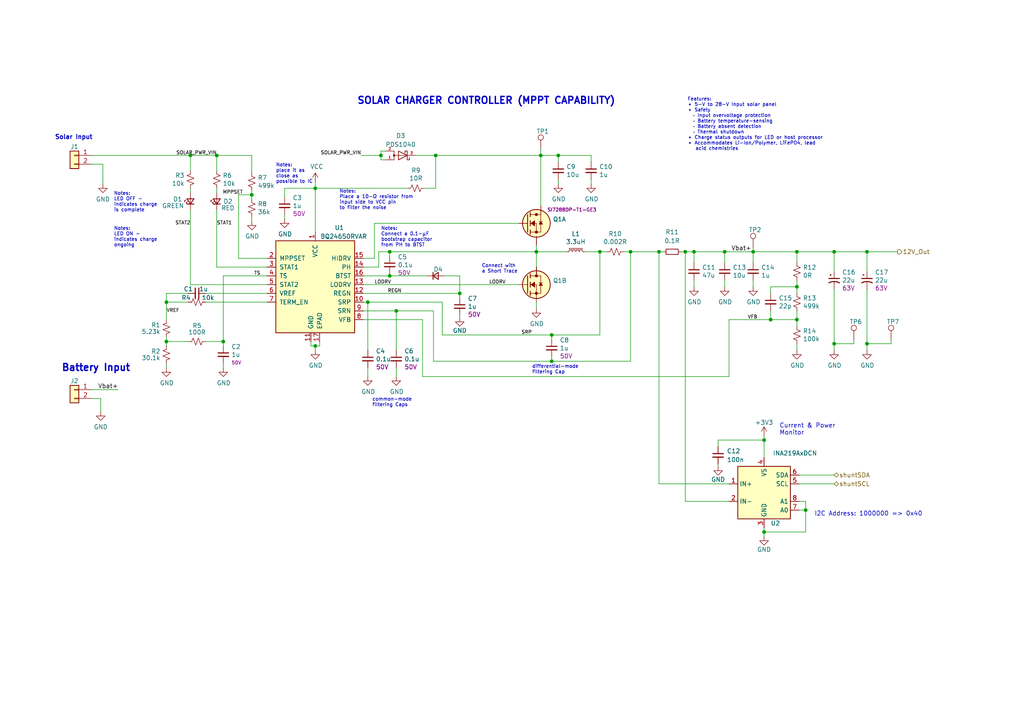
<source format=kicad_sch>
(kicad_sch (version 20211123) (generator eeschema)
  (paper "A4")
  (title_block (title "MKULIMA IOT DEVICE") (date "2022-10-26") (rev "v01") (comment 1 "Checked By: ") (comment 2 "Designed By: ") (comment 3 "Project Lead: Peter Kirumba") (comment 4 "MKULIMA IOT DEVICE"))
  (lib_symbols
    (symbol "Analog_ADC:INA219AxDCN"
      (property "Reference" "U" (at -6.35 8.89 0))
      (property "Value" "INA219AxDCN" (at 6.35 8.89 0))
      (symbol "INA219AxDCN_0_1"
        (rectangle (start -7.62 7.62) (end 7.62 -7.62) (stroke (width 0.254)) (fill (type background)))
      )
      (symbol "INA219AxDCN_1_1"
        (pin input line (at -10.16 2.54 0) (length 2.54) (name "IN+") (number "1"))
        (pin input line (at -10.16 -2.54 0) (length 2.54) (name "IN-") (number "2"))
        (pin power_in line (at 0 -10.16 90) (length 2.54) (name "GND") (number "3"))
        (pin power_in line (at 0 10.16 270) (length 2.54) (name "VS") (number "4"))
        (pin input line (at 10.16 2.54 180) (length 2.54) (name "SCL") (number "5"))
        (pin bidirectional line (at 10.16 5.08 180) (length 2.54) (name "SDA") (number "6"))
        (pin input line (at 10.16 -5.08 180) (length 2.54) (name "A0") (number "7"))
        (pin input line (at 10.16 -2.54 180) (length 2.54) (name "A1") (number "8"))
      )
    )
    (symbol "Connector:TestPoint" (pin_numbers hide) (pin_names (offset 0.762) hide)
      (property "Reference" "TP" (at 0 6.858 0))
      (property "Value" "TestPoint" (at 0 5.08 0))
      (symbol "TestPoint_0_1"
        (circle (center 0 3.302) (radius 0.762))
      )
      (symbol "TestPoint_1_1"
        (pin passive line (at 0 0 90) (length 2.54) (name "1") (number "1"))
      )
    )
    (symbol "Connector_Generic:Conn_01x02" (pin_names (offset 1.016) hide)
      (property "Reference" "J" (at 0 2.54 0))
      (property "Value" "Conn_01x02" (at 0 -5.08 0))
      (symbol "Conn_01x02_1_1"
        (rectangle (start -1.27 -2.413) (end 0 -2.667) (stroke (width 0.1524)))
        (rectangle (start -1.27 0.127) (end 0 -0.127) (stroke (width 0.1524)))
        (rectangle (start -1.27 1.27) (end 1.27 -3.81) (stroke (width 0.254)) (fill (type background)))
        (pin passive line (at -5.08 0 0) (length 3.81) (name "Pin_1") (number "1"))
        (pin passive line (at -5.08 -2.54 0) (length 3.81) (name "Pin_2") (number "2"))
      )
    )
    (symbol "Device:C_Small" (pin_numbers hide) (pin_names (offset 0.254) hide)
      (property "Reference" "C" (at 0.254 1.778 0))
      (property "Value" "C_Small" (at 0.254 -2.032 0))
      (symbol "C_Small_0_1"
        (polyline (pts (xy -1.524 -0.508) (xy 1.524 -0.508)) (stroke (width 0.3302)))
        (polyline (pts (xy -1.524 0.508) (xy 1.524 0.508)) (stroke (width 0.3048)))
      )
      (symbol "C_Small_1_1"
        (pin passive line (at 0 2.54 270) (length 2.032) (name "~") (number "1"))
        (pin passive line (at 0 -2.54 90) (length 2.032) (name "~") (number "2"))
      )
    )
    (symbol "Device:D_Small" (pin_numbers hide) (pin_names (offset 0.254) hide)
      (property "Reference" "D" (at -1.27 2.032 0))
      (property "Value" "D_Small" (at -3.81 -2.032 0))
      (symbol "D_Small_0_1"
        (polyline (pts (xy -0.762 -1.016) (xy -0.762 1.016)) (stroke (width 0.254)))
        (polyline (pts (xy -0.762 0) (xy 0.762 0)))
        (polyline (pts (xy 0.762 -1.016) (xy -0.762 0) (xy 0.762 1.016) (xy 0.762 -1.016)) (stroke (width 0.254)))
      )
      (symbol "D_Small_1_1"
        (pin passive line (at -2.54 0 0) (length 1.778) (name "K") (number "1"))
        (pin passive line (at 2.54 0 180) (length 1.778) (name "A") (number "2"))
      )
    )
    (symbol "Device:LED_Small" (pin_numbers hide) (pin_names (offset 0.254) hide)
      (property "Reference" "D" (at -1.27 3.175 0))
      (property "Value" "LED_Small" (at -4.445 -2.54 0))
      (symbol "LED_Small_0_1"
        (polyline (pts (xy -0.762 -1.016) (xy -0.762 1.016)) (stroke (width 0.254)))
        (polyline (pts (xy 1.016 0) (xy -0.762 0)))
        (polyline (pts (xy 0.762 -1.016) (xy -0.762 0) (xy 0.762 1.016) (xy 0.762 -1.016)) (stroke (width 0.254)))
        (polyline (pts (xy 0 0.762) (xy -0.508 1.27) (xy -0.254 1.27) (xy -0.508 1.27) (xy -0.508 1.016)))
        (polyline (pts (xy 0.508 1.27) (xy 0 1.778) (xy 0.254 1.778) (xy 0 1.778) (xy 0 1.524)))
      )
      (symbol "LED_Small_1_1"
        (pin passive line (at -2.54 0 0) (length 1.778) (name "K") (number "1"))
        (pin passive line (at 2.54 0 180) (length 1.778) (name "A") (number "2"))
      )
    )
    (symbol "Device:R_Small" (pin_numbers hide) (pin_names (offset 0.254) hide)
      (property "Reference" "R" (at 0.762 0.508 0))
      (property "Value" "R_Small" (at 0.762 -1.016 0))
      (symbol "R_Small_0_1"
        (rectangle (start -0.762 1.778) (end 0.762 -1.778) (stroke (width 0.2032)))
      )
      (symbol "R_Small_1_1"
        (pin passive line (at 0 2.54 270) (length 0.762) (name "~") (number "1"))
        (pin passive line (at 0 -2.54 90) (length 0.762) (name "~") (number "2"))
      )
    )
    (symbol "Device:R_Small_US" (pin_numbers hide) (pin_names (offset 0.254) hide)
      (property "Reference" "R" (at 0.762 0.508 0))
      (property "Value" "R_Small_US" (at 0.762 -1.016 0))
      (symbol "R_Small_US_1_1"
        (polyline (pts (xy 0 0) (xy 1.016 -0.381) (xy 0 -0.762) (xy -1.016 -1.143) (xy 0 -1.524)))
        (polyline (pts (xy 0 1.524) (xy 1.016 1.143) (xy 0 0.762) (xy -1.016 0.381) (xy 0 0)))
        (pin passive line (at 0 2.54 270) (length 1.016) (name "~") (number "1"))
        (pin passive line (at 0 -2.54 90) (length 1.016) (name "~") (number "2"))
      )
    )
    (symbol "power:+3V3" (power) (pin_names (offset 0))
      (property "Value" "+3V3" (at 0 3.556 0))
      (symbol "+3V3_0_1"
        (polyline (pts (xy -0.762 1.27) (xy 0 2.54)))
        (polyline (pts (xy 0 0) (xy 0 2.54)))
        (polyline (pts (xy 0 2.54) (xy 0.762 1.27)))
      )
      (symbol "+3V3_1_1"
        (pin power_in line (at 0 0 90) (length 0) hide (name "+3V3") (number "1"))
      )
    )
    (symbol "power:GND" (power) (pin_names (offset 0))
      (property "Value" "GND" (at 0 -3.81 0))
      (symbol "GND_0_1"
        (polyline (pts (xy 0 0) (xy 0 -1.27) (xy 1.27 -1.27) (xy 0 -2.54) (xy -1.27 -1.27) (xy 0 -1.27)))
      )
      (symbol "GND_1_1"
        (pin power_in line (at 0 0 270) (length 0) hide (name "GND") (number "1"))
      )
    )
    (symbol "power:VCC" (power) (pin_names (offset 0))
      (property "Value" "VCC" (at 0 3.81 0))
      (symbol "VCC_0_1"
        (polyline (pts (xy -0.762 1.27) (xy 0 2.54)))
        (polyline (pts (xy 0 0) (xy 0 2.54)))
        (polyline (pts (xy 0 2.54) (xy 0.762 1.27)))
      )
      (symbol "VCC_1_1"
        (pin power_in line (at 0 0 90) (length 0) hide (name "VCC") (number "1"))
      )
    )
    (symbol "solar_charger_controller_mwangi-rescue:BQ24650RVAR-BQ24650RVAR" (pin_names (offset 1.016))
      (property "Reference" "U?" (at 6.985 12.7 0))
      (property "Value" "BQ24650RVAR" (at 8.255 10.16 0))
      (symbol "BQ24650RVAR-BQ24650RVAR_0_1"
        (rectangle (start -11.43 8.89) (end 11.43 -17.78) (stroke (width 0.254)) (fill (type background)))
      )
      (symbol "BQ24650RVAR-BQ24650RVAR_1_1"
        (pin power_in line (at 0 11.43 270) (length 2.54) (name "VCC") (number "1"))
        (pin output line (at 13.97 -8.89 180) (length 2.54) (name "SRP") (number "10"))
        (pin bidirectional line (at -1.27 -20.32 90) (length 2.54) (name "GND") (number "11"))
        (pin output line (at 13.97 -6.35 180) (length 2.54) (name "REGN") (number "12"))
        (pin output line (at 13.97 -3.81 180) (length 2.54) (name "LODRV") (number "13"))
        (pin output line (at 13.97 1.27 180) (length 2.54) (name "PH") (number "14"))
        (pin output line (at 13.97 3.81 180) (length 2.54) (name "HIDRV") (number "15"))
        (pin output line (at 13.97 -1.27 180) (length 2.54) (name "BTST") (number "16"))
        (pin output line (at 1.27 -20.32 90) (length 2.54) (name "EPAD") (number "17"))
        (pin bidirectional line (at -13.97 3.81 0) (length 2.54) (name "MPPSET") (number "2"))
        (pin bidirectional line (at -13.97 1.27 0) (length 2.54) (name "STAT1") (number "3"))
        (pin bidirectional line (at -13.97 -1.27 0) (length 2.54) (name "TS") (number "4"))
        (pin bidirectional line (at -13.97 -3.81 0) (length 2.54) (name "STAT2") (number "5"))
        (pin bidirectional line (at -13.97 -6.35 0) (length 2.54) (name "VREF") (number "6"))
        (pin bidirectional line (at -13.97 -8.89 0) (length 2.54) (name "TERM_EN") (number "7"))
        (pin bidirectional line (at 13.97 -13.97 180) (length 2.54) (name "VFB") (number "8"))
        (pin output line (at 13.97 -11.43 180) (length 2.54) (name "SRN") (number "9"))
      )
    )
    (symbol "solar_charger_controller_mwangi-rescue:CP1_Small-Device" (pin_numbers hide) (pin_names (offset 0.254) hide)
      (property "Reference" "C" (at 0.254 1.778 0))
      (property "Value" "CP1_Small-Device" (at 0.254 -2.032 0))
      (symbol "CP1_Small-Device_0_1"
        (polyline (pts (xy -1.524 0.508) (xy 1.524 0.508)) (stroke (width 0.3048)))
        (polyline (pts (xy -1.27 1.524) (xy -0.762 1.524)))
        (polyline (pts (xy -1.016 1.27) (xy -1.016 1.778)))
        (arc (start 1.524 -0.762) (mid 0 -0.3734) (end -1.524 -0.762) (stroke (width 0.3048)))
      )
      (symbol "CP1_Small-Device_1_1"
        (pin passive line (at 0 2.54 270) (length 2.032) (name "~") (number "1"))
        (pin passive line (at 0 -2.54 90) (length 2.032) (name "~") (number "2"))
      )
    )
    (symbol "solar_charger_controller_mwangi-rescue:D_Schottky_AAK-Device" (pin_names (offset 0) hide)
      (property "Reference" "D" (at 0 2.54 0))
      (property "Value" "D_Schottky_AAK-Device" (at -6.35 -7.62 0))
      (symbol "D_Schottky_AAK-Device_0_0"
        (polyline (pts (xy 2.54 0) (xy 2.54 1.27)))
        (polyline (pts (xy -1.27 0) (xy 2.54 0) (xy 2.54 -1.27)))
      )
      (symbol "D_Schottky_AAK-Device_0_1"
        (polyline (pts (xy 1.27 1.27) (xy 1.27 -1.27) (xy -1.27 0) (xy 1.27 1.27)) (stroke (width 0.2032)))
        (polyline (pts (xy -1.905 0.635) (xy -1.905 1.27) (xy -1.27 1.27) (xy -1.27 -1.27) (xy -0.635 -1.27) (xy -0.635 -0.635)) (stroke (width 0.2032)))
        (circle (center 2.54 0) (radius 0.254) (fill (type outline)))
      )
      (symbol "D_Schottky_AAK-Device_1_1"
        (pin input line (at 5.08 1.27 180) (length 2.54) (name "A") (number "1"))
        (pin passive line (at 5.08 -1.27 180) (length 2.54) (name "A") (number "2"))
        (pin passive line (at -3.81 0 0) (length 2.54) (name "K") (number "3"))
      )
    )
    (symbol "solar_charger_controller_mwangi-rescue:L_Core_Ferrite_Small-Device" (pin_numbers hide) (pin_names (offset 0.254) hide)
      (property "Reference" "L" (at 1.27 1.016 0))
      (property "Value" "L_Core_Ferrite_Small-Device" (at 1.27 -1.27 0))
      (symbol "L_Core_Ferrite_Small-Device_0_1"
        (arc (start 0 -2.032) (mid 0.508 -1.524) (end 0 -1.016))
        (arc (start 0 -1.016) (mid 0.508 -0.508) (end 0 0))
        (polyline (pts (xy 0.762 -1.905) (xy 0.762 -1.651)))
        (polyline (pts (xy 0.762 -1.397) (xy 0.762 -1.143)))
        (polyline (pts (xy 0.762 -0.889) (xy 0.762 -0.635)))
        (polyline (pts (xy 0.762 -0.381) (xy 0.762 -0.127)))
        (polyline (pts (xy 0.762 0.127) (xy 0.762 0.381)))
        (polyline (pts (xy 0.762 0.635) (xy 0.762 0.889)))
        (polyline (pts (xy 0.762 1.143) (xy 0.762 1.397)))
        (polyline (pts (xy 0.762 1.651) (xy 0.762 1.905)))
        (polyline (pts (xy 1.016 -1.651) (xy 1.016 -1.905)))
        (polyline (pts (xy 1.016 -1.143) (xy 1.016 -1.397)))
        (polyline (pts (xy 1.016 -0.635) (xy 1.016 -0.889)))
        (polyline (pts (xy 1.016 -0.127) (xy 1.016 -0.381)))
        (polyline (pts (xy 1.016 0.381) (xy 1.016 0.127)))
        (polyline (pts (xy 1.016 0.889) (xy 1.016 0.635)))
        (polyline (pts (xy 1.016 1.397) (xy 1.016 1.143)))
        (polyline (pts (xy 1.016 1.905) (xy 1.016 1.651)))
        (arc (start 0 0) (mid 0.508 0.508) (end 0 1.016))
        (arc (start 0 1.016) (mid 0.508 1.524) (end 0 2.032))
      )
      (symbol "L_Core_Ferrite_Small-Device_1_1"
        (pin passive line (at 0 2.54 270) (length 0.508) (name "~") (number "1"))
        (pin passive line (at 0 -2.54 90) (length 0.508) (name "~") (number "2"))
      )
    )
    (symbol "solar_charger_controller_mwangi-rescue:SI7288DP-T1-GE3-SI7288DP-T1-GE3" (pin_numbers hide) (pin_names (offset 1.016) hide)
      (property "Reference" "Q" (at -1.143 9.017 0))
      (property "Value" "SI7288DP-T1-GE3-SI7288DP-T1-GE3" (at -10.16 6.35 0))
      (symbol "SI7288DP-T1-GE3-SI7288DP-T1-GE3_1_0"
        (circle (center 0 -2.54) (radius 0.3556) (fill (type outline)))
        (polyline (pts (xy -2.54 2.54) (xy -2.54 -2.54)) (stroke (width 0.254)))
        (polyline (pts (xy -1.778 -2.54) (xy -1.778 -3.175)) (stroke (width 0.254)))
        (polyline (pts (xy -1.778 -1.905) (xy -1.778 -2.54)) (stroke (width 0.254)))
        (polyline (pts (xy -1.778 0) (xy -1.778 -0.762)) (stroke (width 0.254)))
        (polyline (pts (xy -1.778 0) (xy 0 0)) (stroke (width 0.1524)))
        (polyline (pts (xy -1.778 0.762) (xy -1.778 0)) (stroke (width 0.254)))
        (polyline (pts (xy -1.778 2.54) (xy -1.778 1.905)) (stroke (width 0.254)))
        (polyline (pts (xy -1.778 2.54) (xy 1.27 2.54)) (stroke (width 0.1524)))
        (polyline (pts (xy -1.778 3.175) (xy -1.778 2.54)) (stroke (width 0.254)))
        (polyline (pts (xy -0.508 -0.762) (xy -1.524 0)))
        (polyline (pts (xy 0 -2.54) (xy -1.778 -2.54)) (stroke (width 0.1524)))
        (polyline (pts (xy 0 -2.54) (xy 1.27 -2.54)) (stroke (width 0.1524)))
        (polyline (pts (xy 0 0) (xy 0 -2.54)) (stroke (width 0.1524)))
        (polyline (pts (xy 1.27 0.508) (xy 0.762 0.508)) (stroke (width 0.1524)))
        (polyline (pts (xy 1.27 0.508) (xy 1.27 -2.54)) (stroke (width 0.1524)))
        (polyline (pts (xy 1.27 2.54) (xy 1.27 0.508)) (stroke (width 0.1524)))
        (polyline (pts (xy 1.778 -0.254) (xy 1.27 0.508)))
        (polyline (pts (xy 1.778 0.508) (xy 1.27 0.508)) (stroke (width 0.1524)))
        (polyline (pts (xy -1.524 0) (xy -0.508 0.762) (xy -0.508 -0.762)) (stroke (width 0.1524)) (fill (type outline)))
        (polyline (pts (xy 1.27 0.508) (xy 0.762 -0.254) (xy 1.778 -0.254)) (stroke (width 0.1524)) (fill (type outline)))
        (circle (center 0 2.54) (radius 0.3556) (fill (type outline)))
        (pin bidirectional line (at 0 -6.35 90) (length 2.54) (name "~") (number "1"))
        (pin bidirectional line (at -5.08 0 0) (length 2.54) (name "~") (number "2"))
        (pin bidirectional line (at 1.27 5.08 270) (length 2.54) (name "~") (number "7"))
        (pin bidirectional line (at 1.27 5.08 270) (length 2.54) (name "~") (number "8"))
        (pin bidirectional line (at 1.27 5.08 270) (length 2.54) (name "~") (number "9"))
      )
      (symbol "SI7288DP-T1-GE3-SI7288DP-T1-GE3_1_1"
        (circle (center 0 0) (radius 4.0132) (stroke (width 0.254)) (fill (type background)))
      )
      (symbol "SI7288DP-T1-GE3-SI7288DP-T1-GE3_2_0"
        (circle (center 0 -2.54) (radius 0.3556) (fill (type outline)))
        (polyline (pts (xy -2.54 2.54) (xy -2.54 -2.54)) (stroke (width 0.254)))
        (polyline (pts (xy -1.778 -2.54) (xy -1.778 -3.175)) (stroke (width 0.254)))
        (polyline (pts (xy -1.778 -1.905) (xy -1.778 -2.54)) (stroke (width 0.254)))
        (polyline (pts (xy -1.778 0) (xy -1.778 -0.762)) (stroke (width 0.254)))
        (polyline (pts (xy -1.778 0) (xy 0 0)) (stroke (width 0.1524)))
        (polyline (pts (xy -1.778 0.762) (xy -1.778 0)) (stroke (width 0.254)))
        (polyline (pts (xy -1.778 2.54) (xy -1.778 1.905)) (stroke (width 0.254)))
        (polyline (pts (xy -1.778 2.54) (xy 1.27 2.54)) (stroke (width 0.1524)))
        (polyline (pts (xy -1.778 3.175) (xy -1.778 2.54)) (stroke (width 0.254)))
        (polyline (pts (xy -0.508 -0.762) (xy -1.524 0)))
        (polyline (pts (xy 0 -2.54) (xy -1.778 -2.54)) (stroke (width 0.1524)))
        (polyline (pts (xy 0 -2.54) (xy 1.27 -2.54)) (stroke (width 0.1524)))
        (polyline (pts (xy 0 0) (xy 0 -2.54)) (stroke (width 0.1524)))
        (polyline (pts (xy 1.27 0.508) (xy 0.762 0.508)) (stroke (width 0.1524)))
        (polyline (pts (xy 1.27 0.508) (xy 1.27 -2.54)) (stroke (width 0.1524)))
        (polyline (pts (xy 1.27 2.54) (xy 1.27 0.508)) (stroke (width 0.1524)))
        (polyline (pts (xy 1.778 -0.254) (xy 1.27 0.508)))
        (polyline (pts (xy 1.778 0.508) (xy 1.27 0.508)) (stroke (width 0.1524)))
        (polyline (pts (xy -1.524 0) (xy -0.508 0.762) (xy -0.508 -0.762)) (stroke (width 0.1524)) (fill (type outline)))
        (polyline (pts (xy 1.27 0.508) (xy 0.762 -0.254) (xy 1.778 -0.254)) (stroke (width 0.1524)) (fill (type outline)))
        (circle (center 0 2.54) (radius 0.3556) (fill (type outline)))
        (pin bidirectional line (at 0 5.08 270) (length 2.54) (name "~") (number "10"))
        (pin bidirectional line (at 0 -5.08 90) (length 2.54) (name "~") (number "3"))
        (pin bidirectional line (at -5.08 0 0) (length 2.54) (name "~") (number "4"))
        (pin bidirectional line (at 0 5.08 270) (length 2.54) (name "~") (number "5"))
        (pin bidirectional line (at 0 5.08 270) (length 2.54) (name "~") (number "6"))
      )
      (symbol "SI7288DP-T1-GE3-SI7288DP-T1-GE3_2_1"
        (circle (center 0 0) (radius 4.0132) (stroke (width 0.254)) (fill (type background)))
      )
    )
  )
  (junction (at 62.865 45.085))
  (junction (at 160.02 104.775))
  (junction (at 133.35 85.09))
  (junction (at 241.935 73.025))
  (junction (at 251.46 99.695))
  (junction (at 110.49 45.085))
  (junction (at 231.14 92.71))
  (junction (at 223.52 92.71))
  (junction (at 126.365 45.085))
  (junction (at 91.44 54.61))
  (junction (at 241.935 99.695))
  (junction (at 113.03 73.025))
  (junction (at 106.68 87.63))
  (junction (at 182.88 73.025))
  (junction (at 251.46 73.025))
  (junction (at 231.14 73.025))
  (junction (at 233.68 147.955))
  (junction (at 64.77 99.06))
  (junction (at 173.99 73.025))
  (junction (at 161.925 45.085))
  (junction (at 210.185 73.025))
  (junction (at 221.615 127.635))
  (junction (at 155.575 73.025))
  (junction (at 160.02 97.155))
  (junction (at 191.135 73.025))
  (junction (at 55.245 45.085))
  (junction (at 113.03 80.01))
  (junction (at 48.26 87.63))
  (junction (at 91.44 100.33))
  (junction (at 114.935 90.17))
  (junction (at 201.295 73.025))
  (junction (at 48.26 99.06))
  (junction (at 198.755 73.025))
  (junction (at 156.845 45.085))
  (junction (at 73.025 56.515))
  (junction (at 231.14 83.185))
  (junction (at 221.615 154.305))
  (junction (at 218.44 73.025))
  (wire (pts (xy 155.575 73.025) (xy 155.575 71.12)))
  (wire (pts (xy 231.14 73.025) (xy 241.935 73.025)))
  (wire (pts (xy 55.245 45.085) (xy 62.865 45.085)))
  (wire (pts (xy 231.14 101.6) (xy 231.14 99.695)))
  (wire (pts (xy 69.215 56.515) (xy 73.025 56.515)))
  (wire (pts (xy 171.45 45.085) (xy 171.45 46.99)))
  (wire (pts (xy 55.245 54.61) (xy 55.245 55.88)))
  (wire (pts (xy 160.02 103.505) (xy 160.02 104.775)))
  (wire (pts (xy 241.935 73.025) (xy 251.46 73.025)))
  (wire (pts (xy 161.925 45.085) (xy 171.45 45.085)))
  (wire (pts (xy 231.14 76.2) (xy 231.14 73.025)))
  (wire (pts (xy 191.135 73.025) (xy 192.405 73.025)))
  (wire (pts (xy 128.905 80.01) (xy 133.35 80.01)))
  (wire (pts (xy 69.215 56.515) (xy 69.215 74.93)))
  (wire (pts (xy 231.775 147.955) (xy 233.68 147.955)))
  (wire (pts (xy 231.775 145.415) (xy 233.68 145.415)))
  (wire (pts (xy 211.455 92.71) (xy 223.52 92.71)))
  (wire (pts (xy 110.49 43.815) (xy 110.49 45.085)))
  (wire (pts (xy 110.49 46.355) (xy 111.76 46.355)))
  (wire (pts (xy 59.69 99.06) (xy 64.77 99.06)))
  (wire (pts (xy 258.445 98.425) (xy 258.445 99.695)))
  (wire (pts (xy 55.245 45.085) (xy 55.245 49.53)))
  (wire (pts (xy 120.65 45.085) (xy 126.365 45.085)))
  (wire (pts (xy 173.99 73.025) (xy 175.895 73.025)))
  (wire (pts (xy 125.73 90.17) (xy 125.73 104.775)))
  (wire (pts (xy 133.35 85.09) (xy 133.35 86.36)))
  (wire (pts (xy 169.545 73.025) (xy 173.99 73.025)))
  (wire (pts (xy 221.615 127.635) (xy 221.615 126.365)))
  (wire (pts (xy 106.68 87.63) (xy 128.27 87.63)))
  (wire (pts (xy 114.935 101.6) (xy 114.935 90.17)))
  (wire (pts (xy 90.17 99.06) (xy 90.17 100.33)))
  (wire (pts (xy 156.845 43.18) (xy 156.845 45.085)))
  (wire (pts (xy 106.68 101.6) (xy 106.68 87.63)))
  (wire (pts (xy 48.26 99.06) (xy 48.26 97.79)))
  (wire (pts (xy 59.69 85.09) (xy 77.47 85.09)))
  (wire (pts (xy 156.845 45.085) (xy 161.925 45.085)))
  (wire (pts (xy 211.455 109.22) (xy 211.455 92.71)))
  (wire (pts (xy 182.88 73.025) (xy 191.135 73.025)))
  (wire (pts (xy 198.755 73.025) (xy 201.295 73.025)))
  (wire (pts (xy 126.365 45.085) (xy 156.845 45.085)))
  (wire (pts (xy 221.615 154.305) (xy 233.68 154.305)))
  (wire (pts (xy 221.615 132.715) (xy 221.615 127.635)))
  (wire (pts (xy 110.49 45.085) (xy 110.49 46.355)))
  (wire (pts (xy 231.14 83.185) (xy 231.14 85.09)))
  (wire (pts (xy 208.28 127.635) (xy 221.615 127.635)))
  (wire (pts (xy 180.975 73.025) (xy 182.88 73.025)))
  (wire (pts (xy 161.925 46.99) (xy 161.925 45.085)))
  (wire (pts (xy 114.935 106.68) (xy 114.935 109.22)))
  (wire (pts (xy 48.26 99.06) (xy 54.61 99.06)))
  (wire (pts (xy 223.52 83.185) (xy 223.52 85.09)))
  (wire (pts (xy 231.14 90.17) (xy 231.14 92.71)))
  (wire (pts (xy 223.52 90.17) (xy 223.52 92.71)))
  (wire (pts (xy 105.41 87.63) (xy 106.68 87.63)))
  (wire (pts (xy 218.44 73.025) (xy 231.14 73.025)))
  (wire (pts (xy 128.27 87.63) (xy 128.27 97.155)))
  (wire (pts (xy 48.26 87.63) (xy 48.26 92.71)))
  (wire (pts (xy 114.935 90.17) (xy 125.73 90.17)))
  (wire (pts (xy 247.65 98.425) (xy 247.65 99.695)))
  (wire (pts (xy 251.46 73.025) (xy 260.35 73.025)))
  (wire (pts (xy 118.11 54.61) (xy 91.44 54.61)))
  (wire (pts (xy 105.41 77.47) (xy 109.855 77.47)))
  (wire (pts (xy 160.02 98.425) (xy 160.02 97.155)))
  (wire (pts (xy 122.555 109.22) (xy 211.455 109.22)))
  (wire (pts (xy 210.185 83.185) (xy 210.185 81.28)))
  (wire (pts (xy 26.67 113.03) (xy 34.29 113.03)))
  (wire (pts (xy 231.14 92.71) (xy 231.14 94.615)))
  (wire (pts (xy 198.755 145.415) (xy 211.455 145.415)))
  (wire (pts (xy 123.19 54.61) (xy 126.365 54.61)))
  (wire (pts (xy 105.41 85.09) (xy 133.35 85.09)))
  (wire (pts (xy 191.135 73.025) (xy 191.135 140.335)))
  (wire (pts (xy 82.55 63.5) (xy 82.55 62.23)))
  (wire (pts (xy 108.585 74.93) (xy 108.585 64.77)))
  (wire (pts (xy 113.03 79.375) (xy 113.03 80.01)))
  (wire (pts (xy 208.28 129.54) (xy 208.28 127.635)))
  (wire (pts (xy 62.865 60.96) (xy 62.865 77.47)))
  (wire (pts (xy 251.46 83.82) (xy 251.46 99.695)))
  (wire (pts (xy 105.41 90.17) (xy 114.935 90.17)))
  (wire (pts (xy 62.865 45.085) (xy 73.025 45.085)))
  (wire (pts (xy 251.46 73.025) (xy 251.46 78.74)))
  (wire (pts (xy 247.65 99.695) (xy 241.935 99.695)))
  (wire (pts (xy 208.28 134.62) (xy 208.28 135.255)))
  (wire (pts (xy 64.77 80.01) (xy 64.77 99.06)))
  (wire (pts (xy 173.99 97.155) (xy 173.99 73.025)))
  (wire (pts (xy 218.44 81.28) (xy 218.44 83.185)))
  (wire (pts (xy 92.71 100.33) (xy 92.71 99.06)))
  (wire (pts (xy 201.295 73.025) (xy 210.185 73.025)))
  (wire (pts (xy 221.615 153.035) (xy 221.615 154.305)))
  (wire (pts (xy 160.02 104.775) (xy 182.88 104.775)))
  (wire (pts (xy 64.77 80.01) (xy 77.47 80.01)))
  (wire (pts (xy 231.14 81.28) (xy 231.14 83.185)))
  (wire (pts (xy 48.26 87.63) (xy 54.61 87.63)))
  (wire (pts (xy 110.49 45.085) (xy 104.775 45.085)))
  (wire (pts (xy 29.845 47.625) (xy 29.845 53.34)))
  (wire (pts (xy 210.185 73.025) (xy 218.44 73.025)))
  (wire (pts (xy 108.585 64.77) (xy 150.495 64.77)))
  (wire (pts (xy 109.855 77.47) (xy 109.855 73.025)))
  (wire (pts (xy 125.73 104.775) (xy 160.02 104.775)))
  (wire (pts (xy 155.575 87.63) (xy 155.575 89.535)))
  (wire (pts (xy 106.68 106.68) (xy 106.68 109.22)))
  (wire (pts (xy 69.215 74.93) (xy 77.47 74.93)))
  (wire (pts (xy 73.025 64.135) (xy 73.025 62.865)))
  (wire (pts (xy 91.44 100.33) (xy 92.71 100.33)))
  (wire (pts (xy 155.575 73.025) (xy 164.465 73.025)))
  (wire (pts (xy 73.025 57.785) (xy 73.025 56.515)))
  (wire (pts (xy 218.44 71.755) (xy 218.44 73.025)))
  (wire (pts (xy 210.185 76.2) (xy 210.185 73.025)))
  (wire (pts (xy 231.14 92.71) (xy 223.52 92.71)))
  (wire (pts (xy 197.485 73.025) (xy 198.755 73.025)))
  (wire (pts (xy 82.55 54.61) (xy 91.44 54.61)))
  (wire (pts (xy 91.44 52.705) (xy 91.44 54.61)))
  (wire (pts (xy 171.45 53.34) (xy 171.45 52.07)))
  (wire (pts (xy 241.935 101.6) (xy 241.935 99.695)))
  (wire (pts (xy 198.755 73.025) (xy 198.755 145.415)))
  (wire (pts (xy 105.41 82.55) (xy 150.495 82.55)))
  (wire (pts (xy 48.26 105.41) (xy 48.26 106.68)))
  (wire (pts (xy 64.77 99.06) (xy 64.77 100.33)))
  (wire (pts (xy 113.03 80.01) (xy 123.825 80.01)))
  (wire (pts (xy 133.35 80.01) (xy 133.35 85.09)))
  (wire (pts (xy 258.445 99.695) (xy 251.46 99.695)))
  (wire (pts (xy 82.55 57.15) (xy 82.55 54.61)))
  (wire (pts (xy 109.855 73.025) (xy 113.03 73.025)))
  (wire (pts (xy 191.135 140.335) (xy 211.455 140.335)))
  (wire (pts (xy 113.03 73.025) (xy 155.575 73.025)))
  (wire (pts (xy 233.68 147.955) (xy 233.68 154.305)))
  (wire (pts (xy 26.67 115.57) (xy 29.21 115.57)))
  (wire (pts (xy 64.77 105.41) (xy 64.77 106.68)))
  (wire (pts (xy 90.17 100.33) (xy 91.44 100.33)))
  (wire (pts (xy 231.775 137.795) (xy 241.935 137.795)))
  (wire (pts (xy 126.365 54.61) (xy 126.365 45.085)))
  (wire (pts (xy 160.02 97.155) (xy 173.99 97.155)))
  (wire (pts (xy 241.935 99.695) (xy 241.935 83.82)))
  (wire (pts (xy 241.935 78.74) (xy 241.935 73.025)))
  (wire (pts (xy 77.47 87.63) (xy 59.69 87.63)))
  (wire (pts (xy 201.295 76.2) (xy 201.295 73.025)))
  (wire (pts (xy 231.775 140.335) (xy 241.935 140.335)))
  (wire (pts (xy 218.44 76.2) (xy 218.44 73.025)))
  (wire (pts (xy 48.26 100.33) (xy 48.26 99.06)))
  (wire (pts (xy 48.26 85.09) (xy 48.26 87.63)))
  (wire (pts (xy 113.03 74.295) (xy 113.03 73.025)))
  (wire (pts (xy 105.41 80.01) (xy 113.03 80.01)))
  (wire (pts (xy 91.44 100.33) (xy 91.44 101.6)))
  (wire (pts (xy 182.88 104.775) (xy 182.88 73.025)))
  (wire (pts (xy 73.025 56.515) (xy 73.025 55.245)))
  (wire (pts (xy 91.44 54.61) (xy 91.44 67.31)))
  (wire (pts (xy 122.555 92.71) (xy 122.555 109.22)))
  (wire (pts (xy 233.68 145.415) (xy 233.68 147.955)))
  (wire (pts (xy 201.295 81.28) (xy 201.295 83.185)))
  (wire (pts (xy 111.76 43.815) (xy 110.49 43.815)))
  (wire (pts (xy 155.575 77.47) (xy 155.575 73.025)))
  (wire (pts (xy 73.025 45.085) (xy 73.025 50.165)))
  (wire (pts (xy 62.865 54.61) (xy 62.865 55.88)))
  (wire (pts (xy 29.21 115.57) (xy 29.21 119.38)))
  (wire (pts (xy 55.245 60.96) (xy 55.245 82.55)))
  (wire (pts (xy 26.67 45.085) (xy 55.245 45.085)))
  (wire (pts (xy 62.865 45.085) (xy 62.865 49.53)))
  (wire (pts (xy 105.41 92.71) (xy 122.555 92.71)))
  (wire (pts (xy 128.27 97.155) (xy 160.02 97.155)))
  (wire (pts (xy 161.925 53.34) (xy 161.925 52.07)))
  (wire (pts (xy 251.46 99.695) (xy 251.46 101.6)))
  (wire (pts (xy 133.35 91.44) (xy 133.35 92.075)))
  (wire (pts (xy 105.41 74.93) (xy 108.585 74.93)))
  (wire (pts (xy 55.245 82.55) (xy 77.47 82.55)))
  (wire (pts (xy 156.845 45.085) (xy 156.845 59.69)))
  (wire (pts (xy 26.67 47.625) (xy 29.845 47.625)))
  (wire (pts (xy 223.52 83.185) (xy 231.14 83.185)))
  (wire (pts (xy 221.615 154.305) (xy 221.615 155.575)))
  (wire (pts (xy 62.865 77.47) (xy 77.47 77.47)))
  (wire (pts (xy 48.26 85.09) (xy 54.61 85.09)))
  (text "Notes:\nPlace a 10-Ω resistor from\ninput side to VCC pin \nto filter the noise" (at 98.425 60.96 0) (effects (font (size 0.9906 0.9906)) (justify left bottom)))
  (text "differential-mode\nfiltering Cap" (at 154.305 108.585 0) (effects (font (size 0.9906 0.9906)) (justify left bottom)))
  (text "Features:\n• 5-V to 28-V Input solar panel\n• Safety\n  – Input overvoltage protection\n  – Battery temperature-sensing\n  – Battery absent detection\n  – Thermal shutdown\n• Charge status outputs for LED or host processor\n• Accommodates Li-Ion/Polymer, LiFePO4, lead\n   acid chemistries\n" (at 199.39 43.815 0) (effects (font (size 0.9906 0.9906)) (justify left bottom)))
  (text "Notes:\nLED OFF - \nindicates charge\nis complete" (at 33.02 61.595 0) (effects (font (size 0.9906 0.9906)) (justify left bottom)))
  (text "Solar Input" (at 15.875 40.64 0) (effects (font (size 1.27 1.27) (thickness 0.254) bold) (justify left bottom)))
  (text "Notes:\nConnect a 0.1-μF \nbootstrap capacitor \nfrom PH to BTST" (at 110.49 71.755 0) (effects (font (size 0.9906 0.9906)) (justify left bottom)))
  (text "Notes:\nLED ON - \nindicates charge\nongoing" (at 33.02 71.755 0) (effects (font (size 0.9906 0.9906)) (justify left bottom)))
  (text "Connect with\na Short Trace" (at 139.7 79.375 0) (effects (font (size 0.9906 0.9906)) (justify left bottom)))
  (text "Current & Power\nMonitor" (at 226.06 126.365 0) (effects (font (size 1.27 1.27)) (justify left bottom)))
  (text "Notes:\nplace it as \nclose as\npossible to IC" (at 80.01 53.34 0) (effects (font (size 0.9906 0.9906)) (justify left bottom)))
  (text "common-mode \nfiltering Caps" (at 107.95 118.11 0) (effects (font (size 0.9906 0.9906)) (justify left bottom)))
  (text "Battery Input" (at 17.78 107.95 0) (effects (font (size 2 2) (thickness 0.4) bold) (justify left bottom)))
  (text "SOLAR CHARGER CONTROLLER (MPPT CAPABILITY)" (at 103.505 30.48 0) (effects (font (size 2 2) (thickness 0.4) bold) (justify left bottom)))
  (text "I2C Address: 1000000 => 0x40" (at 236.22 149.86 0) (effects (font (size 1.27 1.27)) (justify left bottom)))
  (label "REGN" (at 112.395 85.09 0) (effects (font (size 0.9906 0.9906))))
  (label "TS" (at 75.565 80.01 180) (effects (font (size 0.9906 0.9906))))
  (label "STAT2" (at 55.245 65.405 180) (effects (font (size 0.9906 0.9906))))
  (label "Vbat+" (at 212.09 73.025 0))
  (label "LODRV" (at 146.685 82.55 180) (effects (font (size 0.9906 0.9906))))
  (label "LODRV" (at 108.585 82.55 0) (effects (font (size 0.9906 0.9906))))
  (label "MPPSET" (at 70.485 56.515 180) (effects (font (size 0.9906 0.9906))))
  (label "Vbat+" (at 34.29 113.03 180))
  (label "SOLAR_PWR_VIN" (at 62.865 45.085 180) (effects (font (size 0.9906 0.9906))))
  (label "STAT1" (at 62.865 65.405 0) (effects (font (size 0.9906 0.9906))))
  (label "SRP" (at 154.305 97.155 180) (effects (font (size 0.9906 0.9906))))
  (label "VREF" (at 48.26 90.805 0) (effects (font (size 0.9906 0.9906))))
  (label "SOLAR_PWR_VIN" (at 104.775 45.085 180) (effects (font (size 0.9906 0.9906))))
  (label "VFB" (at 219.71 92.71 180) (effects (font (size 0.9906 0.9906))))
  (hierarchical_label "shuntSCL" (shape bidirectional) (at 241.935 140.335 0))
  (hierarchical_label "12V_Out" (shape output) (at 260.35 73.025 0))
  (hierarchical_label "shuntSDA" (shape bidirectional) (at 241.935 137.795 0))
  (symbol (lib_id "Connector_Generic:Conn_01x02") (at 21.59 113.03 0) (mirror y) (unit 1)
    (property "Reference" "J2" (at 21.59 110.49 0))
    (property "Value" "Conn_01x02" (effects hide))
    (property "Footprint" "TerminalBlock_Phoenix:TerminalBlock_Phoenix_PT-1,5-2-3.5-H_1x02_P3.50mm_Horizontal" (effects hide))
  )
  (symbol (lib_id "power:+3V3") (at 221.615 126.365 0) (unit 1)
    (property "Reference" "#PWR022" (effects hide))
    (property "Value" "+3V3" (at 221.615 122.555 0))
  )
  (symbol (lib_id "solar_charger_controller_mwangi-rescue:SI7288DP-T1-GE3-SI7288DP-T1-GE3") (at 155.575 82.55 0) (unit 2)
    (property "Reference" "Q1" (at 160.3502 81.3816 0) (effects (justify left)))
    (property "Value" "SI7288DP-T1-GE3" (effects hide))
    (property "Footprint" "greencharge-footprints:SI7288DP-T1-GE3" (effects hide))
    (property "Datasheet" "https://datasheet.lcsc.com/szlcsc/1809191821_Vishay-Intertech-SI7288DP-T1-GE3_C126988.pdf" (effects hide))
    (property "MPN" "SI7288DP-T1-GE3" (effects hide))
  )
  (symbol (lib_id "Device:R_Small_US") (at 57.15 99.06 270) (unit 1)
    (property "Reference" "R5" (at 57.15 94.4626 90))
    (property "Value" "100R" (at 57.15 96.3676 90))
    (property "Footprint" "Resistor_SMD:R_0805_2012Metric" (effects hide))
  )
  (symbol (lib_id "Device:C_Small") (at 201.295 78.74 0) (unit 1)
    (property "Reference" "C11" (at 203.6318 77.5716 0) (effects (justify left)))
    (property "Value" "47u" (at 203.6318 79.883 0) (effects (justify left)))
    (property "Footprint" "Capacitor_SMD:C_0805_2012Metric" (effects hide))
  )
  (symbol (lib_id "Device:C_Small") (at 106.68 104.14 0) (unit 1)
    (property "Reference" "C4" (at 109.0168 101.8286 0) (effects (justify left)))
    (property "Value" "0.1u" (at 109.0168 104.14 0) (effects (justify left)))
    (property "Footprint" "Capacitor_SMD:C_0805_2012Metric" (effects hide))
    (property "Voltage" "50V" (at 109.0168 106.4514 0) (effects (justify left)))
  )
  (symbol (lib_id "solar_charger_controller_mwangi-rescue:L_Core_Ferrite_Small-Device") (at 167.005 73.025 90) (unit 1)
    (property "Reference" "L1" (at 167.005 67.818 90))
    (property "Value" "3.3uH" (at 167.005 70.1294 90))
    (property "Footprint" "greencharge-footprints:MHCI06030-3R3M-R8" (effects hide))
    (property "MPN" "MHCI06030-3R3M-R8" (effects hide))
  )
  (symbol (lib_id "Device:R_Small_US") (at 48.26 95.25 0) (mirror y) (unit 1)
    (property "Reference" "R1" (at 46.5328 94.2848 0) (effects (justify left)))
    (property "Value" "5.23k" (at 46.5328 96.1898 0) (effects (justify left)))
    (property "Footprint" "Resistor_SMD:R_0805_2012Metric" (effects hide))
  )
  (symbol (lib_id "power:GND") (at 82.55 63.5 0) (unit 1)
    (property "Reference" "#PWR09" (effects hide))
    (property "Value" "GND" (at 82.677 67.8942 0))
  )
  (symbol (lib_id "Device:D_Small") (at 126.365 80.01 0) (unit 1)
    (property "Reference" "D4" (at 125.73 78.105 0) (effects (justify left)))
    (property "Value" "D_Small" (effects hide))
    (property "Footprint" "Diode_SMD:D_SOD-323" (effects hide))
  )
  (symbol (lib_id "Connector:TestPoint") (at 258.445 98.425 0) (unit 1)
    (property "Reference" "TP7" (at 257.175 93.345 0) (effects (justify left)))
    (property "Value" "TestPoint" (effects hide))
    (property "Footprint" "TestPoint:TestPoint_Pad_D1.5mm" (effects hide))
  )
  (symbol (lib_id "power:GND") (at 64.77 106.68 0) (unit 1)
    (property "Reference" "#PWR07" (effects hide))
    (property "Value" "GND" (at 64.897 111.0742 0))
  )
  (symbol (lib_id "Device:C_Small") (at 208.28 132.08 0) (unit 1)
    (property "Reference" "C12" (at 210.82 130.8162 0) (effects (justify left)))
    (property "Value" "100n" (at 210.82 133.3562 0) (effects (justify left)))
    (property "Footprint" "Capacitor_SMD:C_0805_2012Metric" (effects hide))
  )
  (symbol (lib_id "Device:C_Small") (at 113.03 76.835 0) (unit 1)
    (property "Reference" "C5" (at 115.3668 74.5236 0) (effects (justify left)))
    (property "Value" "0.1u" (at 115.3668 76.835 0) (effects (justify left)))
    (property "Footprint" "Capacitor_SMD:C_0805_2012Metric" (effects hide))
    (property "Voltage" "50V" (at 115.3668 79.1464 0) (effects (justify left)))
  )
  (symbol (lib_id "power:VCC") (at 91.44 52.705 0) (unit 1)
    (property "Reference" "#PWR010" (effects hide))
    (property "Value" "VCC" (at 91.8718 48.3108 0))
  )
  (symbol (lib_id "Device:C_Small") (at 133.35 88.9 0) (unit 1)
    (property "Reference" "C7" (at 135.6868 86.5886 0) (effects (justify left)))
    (property "Value" "1u" (at 135.6868 88.9 0) (effects (justify left)))
    (property "Footprint" "Capacitor_SMD:C_0805_2012Metric" (effects hide))
    (property "Voltage" "50V" (at 135.6868 91.2114 0) (effects (justify left)))
  )
  (symbol (lib_id "Device:C_Small") (at 223.52 87.63 0) (unit 1)
    (property "Reference" "C15" (at 225.8568 86.4616 0) (effects (justify left)))
    (property "Value" "22p" (at 225.8568 88.773 0) (effects (justify left)))
    (property "Footprint" "Capacitor_SMD:C_0805_2012Metric" (effects hide))
  )
  (symbol (lib_id "Device:C_Small") (at 218.44 78.74 0) (unit 1)
    (property "Reference" "C14" (at 220.7768 77.5716 0) (effects (justify left)))
    (property "Value" "1u" (at 220.7768 79.883 0) (effects (justify left)))
    (property "Footprint" "Capacitor_SMD:C_0805_2012Metric" (effects hide))
  )
  (symbol (lib_id "solar_charger_controller_mwangi-rescue:CP1_Small-Device") (at 241.935 81.28 0) (unit 1)
    (property "Reference" "C16" (at 244.2464 78.9686 0) (effects (justify left)))
    (property "Value" "22u" (at 244.2464 81.28 0) (effects (justify left)))
    (property "Footprint" "Capacitor_SMD:CP_Elec_8x10" (effects hide))
    (property "Voltage" "63V" (at 244.2464 83.5914 0) (effects (justify left)))
    (property "MPN" "VE-220M1JTR-0810" (effects hide))
  )
  (symbol (lib_id "power:GND") (at 171.45 53.34 0) (unit 1)
    (property "Reference" "#PWR017" (effects hide))
    (property "Value" "GND" (at 171.577 57.7342 0))
  )
  (symbol (lib_id "Device:R_Small_US") (at 73.025 52.705 0) (unit 1)
    (property "Reference" "R7" (at 74.7522 51.5366 0) (effects (justify left)))
    (property "Value" "499k" (at 74.7522 53.848 0) (effects (justify left)))
    (property "Footprint" "Resistor_SMD:R_0805_2012Metric" (effects hide))
  )
  (symbol (lib_id "Device:R_Small_US") (at 62.865 52.07 0) (unit 1)
    (property "Reference" "R6" (at 64.5922 50.9016 0) (effects (justify left)))
    (property "Value" "10k" (at 64.5922 53.213 0) (effects (justify left)))
    (property "Footprint" "Resistor_SMD:R_0805_2012Metric" (effects hide))
  )
  (symbol (lib_id "Device:R_Small_US") (at 231.14 97.155 0) (unit 1)
    (property "Reference" "R14" (at 232.8672 95.9866 0) (effects (justify left)))
    (property "Value" "100k" (at 232.8672 98.298 0) (effects (justify left)))
    (property "Footprint" "Resistor_SMD:R_0805_2012Metric" (effects hide))
  )
  (symbol (lib_id "solar_charger_controller_mwangi-rescue:SI7288DP-T1-GE3-SI7288DP-T1-GE3") (at 155.575 64.77 0) (unit 1)
    (property "Reference" "Q1" (at 160.3502 63.6016 0) (effects (justify left)))
    (property "Value" "SI7288DP-T1-GE3" (effects hide))
    (property "Footprint" "greencharge-footprints:SI7288DP-T1-GE3" (effects hide))
    (property "Datasheet" "https://datasheet.lcsc.com/szlcsc/1809191821_Vishay-Intertech-SI7288DP-T1-GE3_C126988.pdf" (effects hide))
    (property "MPN" "SI7288DP-T1-GE3" (at 165.862 60.833 0) (effects (font (size 0.9906 0.9906))))
  )
  (symbol (lib_id "Device:R_Small_US") (at 231.14 87.63 0) (unit 1)
    (property "Reference" "R13" (at 232.8672 86.4616 0) (effects (justify left)))
    (property "Value" "499k" (at 232.8672 88.773 0) (effects (justify left)))
    (property "Footprint" "Resistor_SMD:R_0805_2012Metric" (effects hide))
  )
  (symbol (lib_id "power:GND") (at 218.44 83.185 0) (unit 1)
    (property "Reference" "#PWR021" (effects hide))
    (property "Value" "GND" (at 218.567 87.5792 0))
  )
  (symbol (lib_id "Device:C_Small") (at 160.02 100.965 0) (unit 1)
    (property "Reference" "C8" (at 162.3568 98.6536 0) (effects (justify left)))
    (property "Value" "1u" (at 162.3568 100.965 0) (effects (justify left)))
    (property "Footprint" "Capacitor_SMD:C_0805_2012Metric" (effects hide))
    (property "Voltage" "50V" (at 162.3568 103.2764 0) (effects (justify left)))
  )
  (symbol (lib_id "power:GND") (at 133.35 92.075 0) (unit 1)
    (property "Reference" "#PWR014" (effects hide))
    (property "Value" "GND" (at 133.35 95.885 0))
  )
  (symbol (lib_id "Analog_ADC:INA219AxDCN") (at 221.615 142.875 0) (unit 1)
    (property "Reference" "U2" (at 223.52 151.765 0) (effects (justify left)))
    (property "Value" "INA219AxDCN" (at 224.155 131.445 0) (effects (justify left)))
    (property "Footprint" "Package_TO_SOT_SMD:SOT-23-8" (effects hide))
    (property "Datasheet" "http://www.ti.com/lit/ds/symlink/ina219.pdf" (effects hide))
  )
  (symbol (lib_id "solar_charger_controller_mwangi-rescue:CP1_Small-Device") (at 251.46 81.28 0) (unit 1)
    (property "Reference" "C17" (at 253.7714 78.9686 0) (effects (justify left)))
    (property "Value" "22u" (at 253.7714 81.28 0) (effects (justify left)))
    (property "Footprint" "Capacitor_SMD:CP_Elec_8x10" (effects hide))
    (property "Voltage" "63V" (at 253.7714 83.5914 0) (effects (justify left)))
    (property "MPN" "VE-220M1JTR-0810" (effects hide))
  )
  (symbol (lib_id "power:GND") (at 106.68 109.22 0) (unit 1)
    (property "Reference" "#PWR012" (effects hide))
    (property "Value" "GND" (at 106.807 113.6142 0))
  )
  (symbol (lib_id "power:GND") (at 29.21 119.38 0) (unit 1)
    (property "Reference" "#PWR04" (effects hide))
    (property "Value" "GND" (at 29.21 123.825 0))
  )
  (symbol (lib_id "power:GND") (at 210.185 83.185 0) (unit 1)
    (property "Reference" "#PWR020" (effects hide))
    (property "Value" "GND" (at 210.312 87.5792 0))
  )
  (symbol (lib_id "power:GND") (at 221.615 155.575 0) (unit 1)
    (property "Reference" "#PWR023" (effects hide))
    (property "Value" "GND" (at 221.615 159.385 0))
  )
  (symbol (lib_id "Device:C_Small") (at 210.185 78.74 0) (unit 1)
    (property "Reference" "C13" (at 212.5218 77.5716 0) (effects (justify left)))
    (property "Value" "10u" (at 212.5218 79.883 0) (effects (justify left)))
    (property "Footprint" "Capacitor_SMD:C_0805_2012Metric" (effects hide))
  )
  (symbol (lib_id "Device:C_Small") (at 57.15 85.09 270) (unit 1)
    (property "Reference" "C1" (at 54.61 83.82 90))
    (property "Value" "1u" (at 59.055 83.82 90))
    (property "Footprint" "Capacitor_SMD:C_0805_2012Metric" (effects hide))
  )
  (symbol (lib_id "Device:C_Small") (at 64.77 102.87 0) (unit 1)
    (property "Reference" "C2" (at 67.1068 100.5586 0) (effects (justify left)))
    (property "Value" "1u" (at 67.1068 102.87 0) (effects (justify left)))
    (property "Footprint" "Capacitor_SMD:C_0805_2012Metric" (effects hide))
    (property "Voltage" "50V" (at 67.1068 105.1814 0) (effects (font (size 0.9906 0.9906)) (justify left)))
  )
  (symbol (lib_id "power:GND") (at 231.14 101.6 0) (unit 1)
    (property "Reference" "#PWR024" (effects hide))
    (property "Value" "GND" (at 231.267 105.9942 0))
  )
  (symbol (lib_id "Device:C_Small") (at 171.45 49.53 0) (unit 1)
    (property "Reference" "C10" (at 173.7868 48.3616 0) (effects (justify left)))
    (property "Value" "1u" (at 173.7868 50.673 0) (effects (justify left)))
    (property "Footprint" "Capacitor_SMD:C_0805_2012Metric" (effects hide))
  )
  (symbol (lib_id "Device:R_Small_US") (at 73.025 60.325 0) (unit 1)
    (property "Reference" "R8" (at 74.7522 59.1566 0) (effects (justify left)))
    (property "Value" "36k" (at 74.7522 61.468 0) (effects (justify left)))
    (property "Footprint" "Resistor_SMD:R_0805_2012Metric" (effects hide))
  )
  (symbol (lib_id "power:GND") (at 91.44 101.6 0) (unit 1)
    (property "Reference" "#PWR011" (effects hide))
    (property "Value" "GND" (at 91.567 105.9942 0))
  )
  (symbol (lib_id "Connector:TestPoint") (at 247.65 98.425 0) (unit 1)
    (property "Reference" "TP6" (at 246.38 93.345 0) (effects (justify left)))
    (property "Value" "TestPoint" (effects hide))
    (property "Footprint" "TestPoint:TestPoint_Pad_D1.5mm" (effects hide))
  )
  (symbol (lib_id "Device:R_Small_US") (at 55.245 52.07 0) (mirror y) (unit 1)
    (property "Reference" "R3" (at 53.5178 50.9016 0) (effects (justify left)))
    (property "Value" "10k" (at 53.5178 53.213 0) (effects (justify left)))
    (property "Footprint" "Resistor_SMD:R_0805_2012Metric" (effects hide))
  )
  (symbol (lib_id "power:GND") (at 208.28 135.255 0) (unit 1)
    (property "Reference" "#PWR019" (effects hide))
    (property "Value" "GND" (at 208.28 139.065 0))
  )
  (symbol (lib_id "Connector:TestPoint") (at 156.845 43.18 0) (unit 1)
    (property "Reference" "TP1" (at 155.575 38.1 0) (effects (justify left)))
    (property "Value" "TestPoint" (effects hide))
    (property "Footprint" "TestPoint:TestPoint_Pad_D1.5mm" (effects hide))
  )
  (symbol (lib_id "Device:C_Small") (at 161.925 49.53 0) (unit 1)
    (property "Reference" "C9" (at 164.2618 48.3616 0) (effects (justify left)))
    (property "Value" "10u" (at 164.2618 50.673 0) (effects (justify left)))
    (property "Footprint" "Capacitor_SMD:C_0805_2012Metric" (effects hide))
  )
  (symbol (lib_id "Device:R_Small_US") (at 231.14 78.74 0) (unit 1)
    (property "Reference" "R12" (at 232.8672 77.5716 0) (effects (justify left)))
    (property "Value" "0R" (at 232.8672 79.883 0) (effects (justify left)))
    (property "Footprint" "Resistor_SMD:R_0805_2012Metric" (effects hide))
  )
  (symbol (lib_id "Device:LED_Small") (at 62.865 58.42 90) (unit 1)
    (property "Reference" "D2" (at 64.77 58.42 90) (effects (justify right)))
    (property "Value" "RED" (at 64.135 60.325 90) (effects (justify right)))
    (property "Footprint" "LED_SMD:LED_0805_2012Metric" (effects hide))
  )
  (symbol (lib_id "Device:C_Small") (at 114.935 104.14 0) (unit 1)
    (property "Reference" "C6" (at 117.2718 101.8286 0) (effects (justify left)))
    (property "Value" "0.1u" (at 117.2718 104.14 0) (effects (justify left)))
    (property "Footprint" "Capacitor_SMD:C_0805_2012Metric" (effects hide))
    (property "Voltage" "50V" (at 117.2718 106.4514 0) (effects (justify left)))
  )
  (symbol (lib_id "power:GND") (at 114.935 109.22 0) (unit 1)
    (property "Reference" "#PWR013" (effects hide))
    (property "Value" "GND" (at 115.062 113.6142 0))
  )
  (symbol (lib_id "power:GND") (at 241.935 101.6 0) (unit 1)
    (property "Reference" "#PWR025" (effects hide))
    (property "Value" "GND" (at 242.062 105.9942 0))
  )
  (symbol (lib_id "power:GND") (at 155.575 89.535 0) (unit 1)
    (property "Reference" "#PWR015" (effects hide))
    (property "Value" "GND" (at 155.702 93.9292 0))
  )
  (symbol (lib_id "Device:R_Small_US") (at 48.26 102.87 0) (mirror y) (unit 1)
    (property "Reference" "R2" (at 46.5328 101.9048 0) (effects (justify left)))
    (property "Value" "30.1k" (at 46.5328 103.8098 0) (effects (justify left)))
    (property "Footprint" "Resistor_SMD:R_0805_2012Metric" (effects hide))
  )
  (symbol (lib_id "power:GND") (at 251.46 101.6 0) (unit 1)
    (property "Reference" "#PWR026" (effects hide))
    (property "Value" "GND" (at 251.587 105.9942 0))
  )
  (symbol (lib_id "Connector_Generic:Conn_01x02") (at 21.59 45.085 0) (mirror y) (unit 1)
    (property "Reference" "J1" (at 21.59 42.545 0))
    (property "Value" "Conn_01x02" (effects hide))
    (property "Footprint" "TerminalBlock_Phoenix:TerminalBlock_Phoenix_PT-1,5-2-3.5-H_1x02_P3.50mm_Horizontal" (effects hide))
  )
  (symbol (lib_id "solar_charger_controller_mwangi-rescue:D_Schottky_AAK-Device") (at 116.84 45.085 180) (unit 1)
    (property "Reference" "D3" (at 116.205 39.37 0))
    (property "Value" "PDS1040" (at 116.205 41.91 0))
    (property "Footprint" "greencharge-footprints:PDS104013" (effects hide))
  )
  (symbol (lib_id "Device:C_Small") (at 82.55 59.69 0) (unit 1)
    (property "Reference" "C3" (at 84.8868 57.3786 0) (effects (justify left)))
    (property "Value" "1u" (at 84.8868 59.69 0) (effects (justify left)))
    (property "Footprint" "Capacitor_SMD:C_0805_2012Metric" (effects hide))
    (property "Voltage" "50V" (at 84.8868 62.0014 0) (effects (justify left)))
  )
  (symbol (lib_id "Device:R_Small_US") (at 178.435 73.025 270) (unit 1)
    (property "Reference" "R10" (at 178.435 67.818 90))
    (property "Value" "0.002R" (at 178.435 70.1294 90))
    (property "Footprint" "Resistor_SMD:R_0805_2012Metric" (effects hide))
  )
  (symbol (lib_id "solar_charger_controller_mwangi-rescue:BQ24650RVAR-BQ24650RVAR") (at 91.44 78.74 0) (unit 1)
    (property "Reference" "U1" (at 98.425 66.04 0))
    (property "Value" "BQ24650RVAR" (at 99.695 68.58 0))
    (property "Footprint" "greencharge-footprints:BQ24650RVAR" (effects hide))
  )
  (symbol (lib_id "power:GND") (at 161.925 53.34 0) (unit 1)
    (property "Reference" "#PWR016" (effects hide))
    (property "Value" "GND" (at 162.052 57.7342 0))
  )
  (symbol (lib_id "power:GND") (at 201.295 83.185 0) (unit 1)
    (property "Reference" "#PWR018" (effects hide))
    (property "Value" "GND" (at 201.422 87.5792 0))
  )
  (symbol (lib_id "Device:R_Small_US") (at 57.15 87.63 270) (unit 1)
    (property "Reference" "R4" (at 53.975 86.36 90))
    (property "Value" "10k" (at 60.325 86.36 90))
    (property "Footprint" "Resistor_SMD:R_0805_2012Metric" (effects hide))
  )
  (symbol (lib_id "power:GND") (at 48.26 106.68 0) (unit 1)
    (property "Reference" "#PWR06" (effects hide))
    (property "Value" "GND" (at 48.387 111.0742 0))
  )
  (symbol (lib_id "Connector:TestPoint") (at 218.44 71.755 0) (unit 1)
    (property "Reference" "TP2" (at 217.17 66.675 0) (effects (justify left)))
    (property "Value" "TestPoint" (effects hide))
    (property "Footprint" "TestPoint:TestPoint_Pad_D1.5mm" (effects hide))
  )
  (symbol (lib_id "Device:R_Small") (at 194.945 73.025 90) (unit 1)
    (property "Reference" "R11" (at 194.945 67.31 90))
    (property "Value" "0.1R" (at 194.945 69.85 90))
    (property "Footprint" "Resistor_SMD:R_0805_2012Metric" (effects hide))
  )
  (symbol (lib_id "Device:R_Small_US") (at 120.65 54.61 270) (unit 1)
    (property "Reference" "R9" (at 120.65 49.403 90))
    (property "Value" "10R" (at 120.65 51.7144 90))
    (property "Footprint" "Resistor_SMD:R_0805_2012Metric" (effects hide))
  )
  (symbol (lib_id "power:GND") (at 73.025 64.135 0) (unit 1)
    (property "Reference" "#PWR08" (effects hide))
    (property "Value" "GND" (at 73.152 68.5292 0))
  )
  (symbol (lib_id "power:GND") (at 29.845 53.34 0) (unit 1)
    (property "Reference" "#PWR05" (effects hide))
    (property "Value" "GND" (at 29.845 57.785 0))
  )
  (symbol (lib_id "Device:LED_Small") (at 55.245 58.42 90) (unit 1)
    (property "Reference" "D1" (at 50.165 57.785 90) (effects (justify right)))
    (property "Value" "GREEN" (at 46.99 59.69 90) (effects (justify right)))
    (property "Footprint" "LED_SMD:LED_0603_1608Metric" (effects hide))
  )
)
</source>
